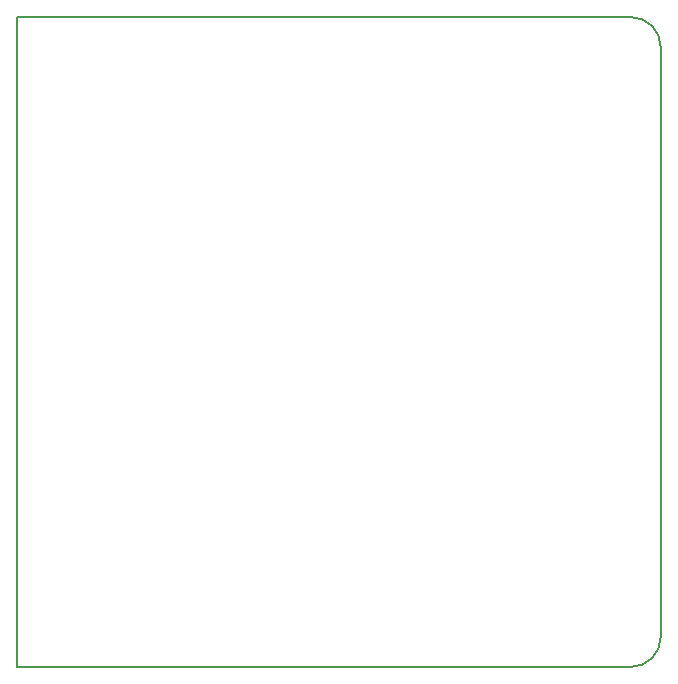
<source format=gbr>
G04 #@! TF.GenerationSoftware,KiCad,Pcbnew,(5.0.2)-1*
G04 #@! TF.CreationDate,2020-05-04T12:03:43+03:00*
G04 #@! TF.ProjectId,GrblCnc3040,4772626c-436e-4633-9330-34302e6b6963,rev?*
G04 #@! TF.SameCoordinates,Original*
G04 #@! TF.FileFunction,Profile,NP*
%FSLAX46Y46*%
G04 Gerber Fmt 4.6, Leading zero omitted, Abs format (unit mm)*
G04 Created by KiCad (PCBNEW (5.0.2)-1) date 04/05/2020 12:03:43*
%MOMM*%
%LPD*%
G01*
G04 APERTURE LIST*
%ADD10C,0.150000*%
G04 APERTURE END LIST*
D10*
X175500000Y-102500000D02*
X227500000Y-102500000D01*
X227500000Y-47500000D02*
X175500000Y-47500000D01*
X230000000Y-100000000D02*
G75*
G02X227500000Y-102500000I-2500000J0D01*
G01*
X227500000Y-47500000D02*
G75*
G02X230000000Y-50000000I0J-2500000D01*
G01*
X175500000Y-102500000D02*
X175500000Y-47500000D01*
X230000000Y-97500000D02*
X230000000Y-100000000D01*
X230000000Y-50000000D02*
X230000000Y-97500000D01*
M02*

</source>
